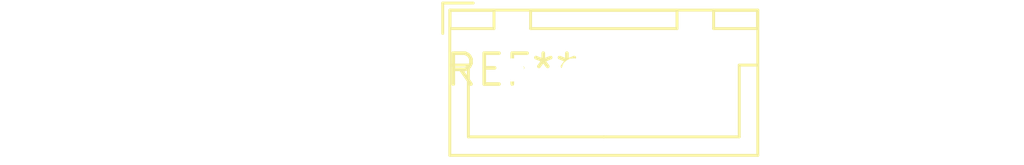
<source format=kicad_pcb>
(kicad_pcb (version 20240108) (generator pcbnew)
  (layers (0 "F.Cu" signal) (31 "B.Cu" signal) (34 "B.Paste" user) (35 "F.Paste" user) (36 "B.SilkS" user "B.Silkscreen") (37 "F.SilkS" user "F.Silkscreen") (38 "B.Mask" user) (39 "F.Mask" user) (44 "Edge.Cuts" user))
  (net 0 "")
  (footprint "JST_XH_B4B-XH-A_1x04_P2.50mm_Vertical" (layer "F.Cu") (at 0 0)
    (property "Reference" "REF**")
    (property "Value" "JST_XH_B4B-XH-A_1x04_P2.50mm_Vertical")
    (fp_line (start -2.85 -2.75) (end -2.85 -1.5) (layer "F.SilkS") (stroke (width 0.12)))
    (fp_line (start -2.56 -2.46) (end -2.56 3.51) (layer "F.SilkS") (stroke (width 0.12)))
    (fp_line (start -2.56 3.51) (end 10.06 3.51) (layer "F.SilkS") (stroke (width 0.12)))
    (fp_line (start -2.55 -2.45) (end -2.55 -1.7) (layer "F.SilkS") (stroke (width 0.12)))
    (fp_line (start -2.55 -1.7) (end -0.75 -1.7) (layer "F.SilkS") (stroke (width 0.12)))
    (fp_line (start -2.55 -0.2) (end -1.8 -0.2) (layer "F.SilkS") (stroke (width 0.12)))
    (fp_line (start -1.8 -0.2) (end -1.8 2.75) (layer "F.SilkS") (stroke (width 0.12)))
    (fp_line (start -1.8 2.75) (end 3.75 2.75) (layer "F.SilkS") (stroke (width 0.12)))
    (fp_line (start -1.6 -2.75) (end -2.85 -2.75) (layer "F.SilkS") (stroke (width 0.12)))
    (fp_line (start -0.75 -2.45) (end -2.55 -2.45) (layer "F.SilkS") (stroke (width 0.12)))
    (fp_line (start -0.75 -1.7) (end -0.75 -2.45) (layer "F.SilkS") (stroke (width 0.12)))
    (fp_line (start 0.75 -2.45) (end 0.75 -1.7) (layer "F.SilkS") (stroke (width 0.12)))
    (fp_line (start 0.75 -1.7) (end 6.75 -1.7) (layer "F.SilkS") (stroke (width 0.12)))
    (fp_line (start 6.75 -2.45) (end 0.75 -2.45) (layer "F.SilkS") (stroke (width 0.12)))
    (fp_line (start 6.75 -1.7) (end 6.75 -2.45) (layer "F.SilkS") (stroke (width 0.12)))
    (fp_line (start 8.25 -2.45) (end 8.25 -1.7) (layer "F.SilkS") (stroke (width 0.12)))
    (fp_line (start 8.25 -1.7) (end 10.05 -1.7) (layer "F.SilkS") (stroke (width 0.12)))
    (fp_line (start 9.3 -0.2) (end 9.3 2.75) (layer "F.SilkS") (stroke (width 0.12)))
    (fp_line (start 9.3 2.75) (end 3.75 2.75) (layer "F.SilkS") (stroke (width 0.12)))
    (fp_line (start 10.05 -2.45) (end 8.25 -2.45) (layer "F.SilkS") (stroke (width 0.12)))
    (fp_line (start 10.05 -1.7) (end 10.05 -2.45) (layer "F.SilkS") (stroke (width 0.12)))
    (fp_line (start 10.05 -0.2) (end 9.3 -0.2) (layer "F.SilkS") (stroke (width 0.12)))
    (fp_line (start 10.06 -2.46) (end -2.56 -2.46) (layer "F.SilkS") (stroke (width 0.12)))
    (fp_line (start 10.06 3.51) (end 10.06 -2.46) (layer "F.SilkS") (stroke (width 0.12)))
    (pad "1" thru_hole roundrect (at 0 0) (size 1.7 1.95) (drill 0.95) (layers *.Cu *.Mask) (remove_unused_layers) (roundrect_rratio 0.147059))
    (pad "2" thru_hole oval (at 2.5 0) (size 1.7 1.95) (drill 0.95) (layers *.Cu *.Mask) (remove_unused_layers))
    (pad "3" thru_hole oval (at 5 0) (size 1.7 1.95) (drill 0.95) (layers *.Cu *.Mask) (remove_unused_layers))
    (pad "4" thru_hole oval (at 7.5 0) (size 1.7 1.95) (drill 0.95) (layers *.Cu *.Mask) (remove_unused_layers))
  )
)
</source>
